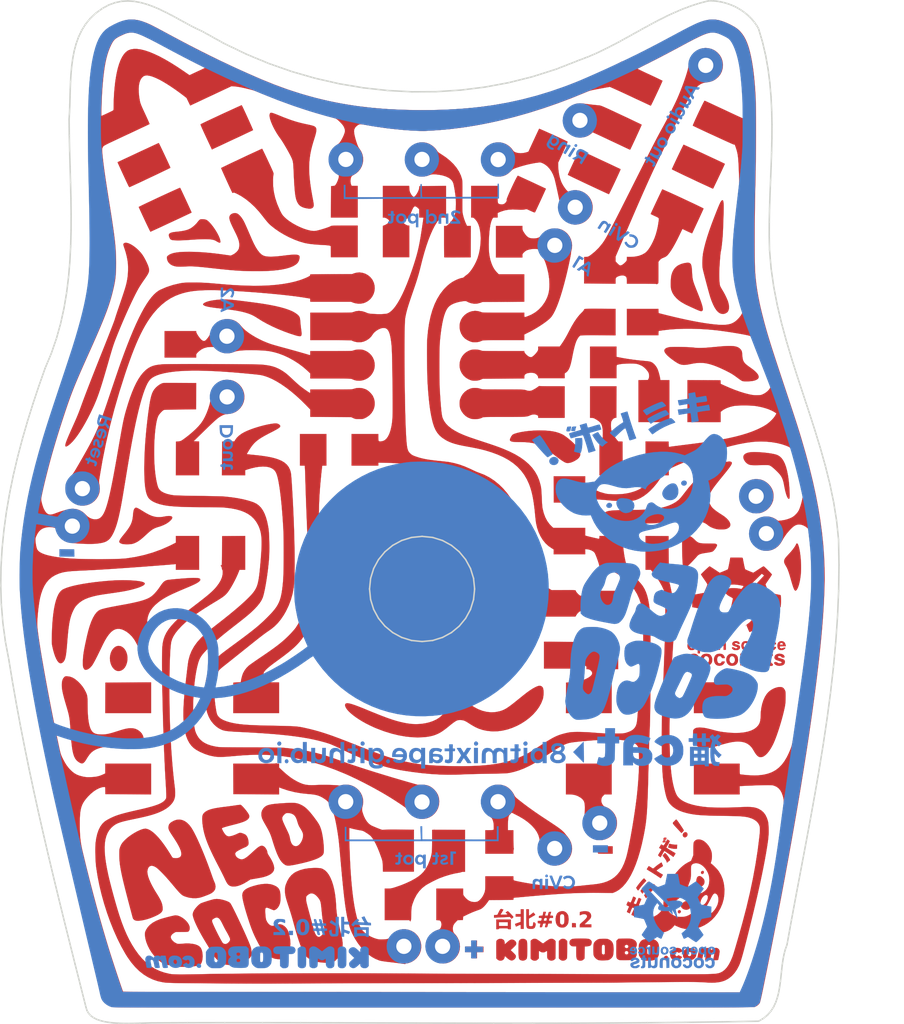
<source format=kicad_pcb>
(kicad_pcb (version 20221018) (generator pcbnew)
  (layers (0 "F.Cu" signal) (31 "B.Cu" signal) (34 "B.Paste" user) (35 "F.Paste" user) (36 "B.SilkS" user "B.Silkscreen") (37 "F.SilkS" user "F.Silkscreen") (38 "B.Mask" user) (39 "F.Mask" user) (44 "Edge.Cuts" user))
  (net 0 "")
  (footprint "Neocococat:Neocococat_Front_copper_1" (layer "F.Cu") (at 88.56 108.09)
    (fp_text reference "G***" hide)
    (fp_text value "LOGO" hide)
  )
  (footprint "Neocococat:Neocococat_Back_copper_mirror" (layer "F.Cu") (at 88.56 108.09)
    (fp_text reference "G***" hide)
    (fp_text value "LOGO" hide)
  )
  (footprint "Neocococat:Neocococat_Frontmask" (layer "F.Cu") (at 88.56 108.07)
    (fp_text reference "G***" hide)
    (fp_text value "LOGO" hide)
  )
  (footprint "Neocococat:Neocococat_Backmask" (layer "F.Cu") (at 88.66 108.13)
    (fp_text reference "G***" hide)
    (fp_text value "LOGO" hide)
  )
  (footprint "Neocococat:Cococat_hole_1x01" (layer "F.Cu") (at 83.72 84.93)
    (fp_text reference "REF**" hide)
    (fp_text value "Hole_1mm")
  )
  (footprint "Neocococat:Cococat_hole_1x01" (layer "F.Cu") (at 88.72 84.93)
    (fp_text reference "REF**" hide)
    (fp_text value "Hole_1mm")
  )
  (footprint "Neocococat:Cococat_hole_1x01" (layer "F.Cu") (at 93.72 84.94)
    (fp_text reference "REF**" hide)
    (fp_text value "Hole_1mm")
  )
  (footprint "Neocococat:Cococat_hole_1x01" (layer "F.Cu") (at 99.09 82.37)
    (fp_text reference "REF**" hide)
    (fp_text value "Hole_1mm")
  )
  (footprint "Neocococat:Cococat_hole_1x01" (layer "F.Cu") (at 107.35 78.76)
    (fp_text reference "REF**" hide)
    (fp_text value "Hole_1mm")
  )
  (footprint "Neocococat:Cococat_hole_1x01" (layer "F.Cu") (at 98.78 88.07)
    (fp_text reference "REF**" hide)
    (fp_text value "Hole_1mm")
  )
  (footprint "Neocococat:Cococat_hole_1x01" (layer "F.Cu") (at 97.44 90.57)
    (fp_text reference "REF**" hide)
    (fp_text value "Hole_1mm")
  )
  (footprint "Neocococat:Cococat_hole_1x01" (layer "F.Cu") (at 75.91 96.53)
    (fp_text reference "REF**" hide)
    (fp_text value "Hole_1mm")
  )
  (footprint "Neocococat:Cococat_hole_1x01" (layer "F.Cu") (at 75.92 100.51)
    (fp_text reference "REF**" hide)
    (fp_text value "Hole_1mm")
  )
  (footprint "Neocococat:Cococat_hole_1x01" (layer "F.Cu") (at 66.42 106.53)
    (fp_text reference "REF**" hide)
    (fp_text value "Hole_1mm")
  )
  (footprint "Neocococat:Cococat_hole_1x01" (layer "F.Cu") (at 65.76 108.99)
    (fp_text reference "REF**" hide)
    (fp_text value "Hole_1mm")
  )
  (footprint "Neocococat:Cococat_hole_1x01" (layer "F.Cu") (at 110.66 107.03)
    (fp_text reference "REF**" hide)
    (fp_text value "Hole_1mm")
  )
  (footprint "Neocococat:Cococat_hole_1x01" (layer "F.Cu") (at 111.33 109.48)
    (fp_text reference "REF**" hide)
    (fp_text value "Hole_1mm")
  )
  (footprint "Neocococat:Cococat_hole_1x01" (layer "F.Cu") (at 83.71 127.07)
    (fp_text reference "REF**" hide)
    (fp_text value "Hole_1mm")
  )
  (footprint "Neocococat:Cococat_hole_1x01" (layer "F.Cu") (at 88.72 127.09)
    (fp_text reference "REF**" hide)
    (fp_text value "Hole_1mm")
  )
  (footprint "Neocococat:Cococat_hole_1x01" (layer "F.Cu") (at 93.71 127.07)
    (fp_text reference "REF**" hide)
    (fp_text value "Hole_1mm")
  )
  (footprint "Neocococat:Cococat_hole_1x01" (layer "F.Cu") (at 97.43 130.14)
    (fp_text reference "REF**" hide)
    (fp_text value "Hole_1mm")
  )
  (footprint "Neocococat:Cococat_hole_1x01" (layer "F.Cu") (at 100.39 128.47)
    (fp_text reference "REF**" hide)
    (fp_text value "Hole_1mm")
  )
  (footprint "Neocococat:Cococat_hole_1x01" (layer "F.Cu") (at 87.53 136.56)
    (fp_text reference "REF**" hide)
    (fp_text value "Hole_1mm")
  )
  (footprint "Neocococat:Cococat_hole_1x01" (layer "F.Cu") (at 90.07 136.56)
    (fp_text reference "REF**" hide)
    (fp_text value "Hole_1mm")
  )
  (gr_line (start 61.264819 109.268065) (end 61.14569 110.480429) (stroke (width 0.1)) (layer "Edge.Cuts"))
  (gr_line (start 108.419648 141.516085) (end 110.822925 141.47264) (stroke (width 0.1)) (layer "Edge.Cuts"))
  (gr_line (start 66.827707 140.956351) (end 66.971933 141.112316) (stroke (width 0.1)) (layer "Edge.Cuts"))
  (gr_line (start 112.423464 137.439459) (end 112.488561 137.097013) (stroke (width 0.1)) (layer "Edge.Cuts"))
  (gr_line (start 112.373158 137.79159) (end 112.423464 137.439459) (stroke (width 0.1)) (layer "Edge.Cuts"))
  (gr_line (start 68.985188 74.558073) (end 68.5635 74.644822) (stroke (width 0.1)) (layer "Edge.Cuts"))
  (gr_line (start 114.139107 101.525403) (end 113.754319 100.358781) (stroke (width 0.1)) (layer "Edge.Cuts"))
  (gr_line (start 63.866323 129.22568) (end 64.19818 130.64806) (stroke (width 0.1)) (layer "Edge.Cuts"))
  (gr_line (start 73.520513 76.150399) (end 73.127183 75.938552) (stroke (width 0.1)) (layer "Edge.Cuts"))
  (gr_line (start 61.829495 119.210158) (end 62.082202 120.64792) (stroke (width 0.1)) (layer "Edge.Cuts"))
  (gr_line (start 101.176265 77.47156) (end 100.652232 77.735449) (stroke (width 0.1)) (layer "Edge.Cuts"))
  (gr_line (start 69.473627 141.619054) (end 69.830864 141.614595) (stroke (width 0.1)) (layer "Edge.Cuts"))
  (gr_line (start 106.980901 74.668337) (end 106.418241 74.846335) (stroke (width 0.1)) (layer "Edge.Cuts"))
  (gr_line (start 105.327827 75.278677) (end 104.796592 75.525457) (stroke (width 0.1)) (layer "Edge.Cuts"))
  (gr_line (start 111.643972 85.386581) (end 111.675047 84.469703) (stroke (width 0.1)) (layer "Edge.Cuts"))
  (gr_line (start 112.331874 138.149835) (end 112.373158 137.79159) (stroke (width 0.1)) (layer "Edge.Cuts"))
  (gr_line (start 85.344699 112.417399) (end 85.545723 111.7698) (stroke (width 0.1)) (layer "Edge.Cuts"))
  (gr_line (start 72.324269 75.500201) (end 71.915908 75.287425) (stroke (width 0.1)) (layer "Edge.Cuts"))
  (gr_line (start 108.284415 74.582003) (end 108.042788 74.545396) (stroke (width 0.1)) (layer "Edge.Cuts"))
  (gr_line (start 91.5854 111.183769) (end 91.90349 111.7698) (stroke (width 0.1)) (layer "Edge.Cuts"))
  (gr_line (start 85.789013 141.586071) (end 88.331533 141.593239) (stroke (width 0.1)) (layer "Edge.Cuts"))
  (gr_line (start 90.067502 109.933812) (end 90.653533 110.251902) (stroke (width 0.1)) (layer "Edge.Cuts"))
  (gr_line (start 111.286628 78.118478) (end 111.078957 77.230746) (stroke (width 0.1)) (layer "Edge.Cuts"))
  (gr_line (start 85.863813 115.041622) (end 85.545723 114.455591) (stroke (width 0.1)) (layer "Edge.Cuts"))
  (gr_line (start 66.168924 76.895375) (end 66.005878 77.350205) (stroke (width 0.1)) (layer "Edge.Cuts"))
  (gr_line (start 65.650304 90.598173) (end 65.596848 91.629049) (stroke (width 0.1)) (layer "Edge.Cuts"))
  (gr_line (start 65.593588 81.342484) (end 65.574679 81.829675) (stroke (width 0.1)) (layer "Edge.Cuts"))
  (gr_line (start 67.865836 141.501517) (end 68.153705 141.550759) (stroke (width 0.1)) (layer "Edge.Cuts"))
  (gr_line (start 115.750999 107.429525) (end 115.502206 106.232485) (stroke (width 0.1)) (layer "Edge.Cuts"))
  (gr_line (start 87.381711 116.291579) (end 86.79568 115.973489) (stroke (width 0.1)) (layer "Edge.Cuts"))
  (gr_line (start 65.384016 93.673413) (end 65.213446 94.684488) (stroke (width 0.1)) (layer "Edge.Cuts"))
  (gr_line (start 66.627196 76.056295) (end 66.374277 76.462827) (stroke (width 0.1)) (layer "Edge.Cuts"))
  (gr_line (start 71.503751 75.088069) (end 71.088407 74.908997) (stroke (width 0.1)) (layer "Edge.Cuts"))
  (gr_line (start 63.972927 98.626585) (end 63.569259 99.773127) (stroke (width 0.1)) (layer "Edge.Cuts"))
  (gr_line (start 65.641611 86.444864) (end 65.665967 87.485248) (stroke (width 0.1)) (layer "Edge.Cuts"))
  (gr_line (start 112.984395 134.808679) (end 113.291636 133.160386) (stroke (width 0.1)) (layer "Edge.Cuts"))
  (gr_line (start 69.407339 74.532786) (end 68.985188 74.558073) (stroke (width 0.1)) (layer "Edge.Cuts"))
  (gr_line (start 91.2547 80.382979) (end 89.656609 80.485186) (stroke (width 0.1)) (layer "Edge.Cuts"))
  (gr_line (start 111.695424 83.553542) (end 111.699629 82.638939) (stroke (width 0.1)) (layer "Edge.Cuts"))
  (gr_line (start 66.374277 76.462827) (end 66.168924 76.895375) (stroke (width 0.1)) (layer "Edge.Cuts"))
  (gr_line (start 62.164114 104.462086) (end 61.882981 105.655081) (stroke (width 0.1)) (layer "Edge.Cuts"))
  (gr_line (start 70.920451 141.583438) (end 73.327115 141.573419) (stroke (width 0.1)) (layer "Edge.Cuts"))
  (gr_line (start 86.79568 110.251902) (end 87.381711 109.933812) (stroke (width 0.1)) (layer "Edge.Cuts"))
  (gr_line (start 84.862528 80.232487) (end 83.280418 79.965575) (stroke (width 0.1)) (layer "Edge.Cuts"))
  (gr_line (start 111.519433 89.952542) (end 111.521973 89.04459) (stroke (width 0.1)) (layer "Edge.Cuts"))
  (gr_line (start 92.174607 113.112695) (end 92.174607 113.112695) (stroke (width 0.1)) (layer "Edge.Cuts"))
  (gr_line (start 91.90349 111.7698) (end 92.104514 112.417399) (stroke (width 0.1)) (layer "Edge.Cuts"))
  (gr_line (start 65.545495 82.301779) (end 65.558138 83.332367) (stroke (width 0.1)) (layer "Edge.Cuts"))
  (gr_line (start 89.656609 80.485186) (end 88.055378 80.493426) (stroke (width 0.1)) (layer "Edge.Cuts"))
  (gr_line (start 111.699629 82.638939) (end 111.682187 81.726723) (stroke (width 0.1)) (layer "Edge.Cuts"))
  (gr_line (start 92.104514 112.417399) (end 92.174607 113.112695) (stroke (width 0.1)) (layer "Edge.Cuts"))
  (gr_line (start 85.545723 111.7698) (end 85.863813 111.183769) (stroke (width 0.1)) (layer "Edge.Cuts"))
  (gr_line (start 111.078957 77.230746) (end 110.816835 76.350415) (stroke (width 0.1)) (layer "Edge.Cuts"))
  (gr_line (start 115.502206 106.232485) (end 115.207024 105.045577) (stroke (width 0.1)) (layer "Edge.Cuts"))
  (gr_line (start 109.437307 74.99342) (end 109.217851 74.881962) (stroke (width 0.1)) (layer "Edge.Cuts"))
  (gr_line (start 62.923385 124.946686) (end 63.227841 126.375089) (stroke (width 0.1)) (layer "Edge.Cuts"))
  (gr_line (start 107.800108 74.524906) (end 107.557518 74.520828) (stroke (width 0.1)) (layer "Edge.Cuts"))
  (gr_line (start 86.285089 110.673178) (end 86.79568 110.251902) (stroke (width 0.1)) (layer "Edge.Cuts"))
  (gr_line (start 67.600753 141.435172) (end 67.865836 141.501517) (stroke (width 0.1)) (layer "Edge.Cuts"))
  (gr_line (start 90.653533 115.973489) (end 90.067502 116.291579) (stroke (width 0.1)) (layer "Edge.Cuts"))
  (gr_line (start 88.331533 141.593239) (end 90.87891 141.599307) (stroke (width 0.1)) (layer "Edge.Cuts"))
  (gr_line (start 108.523861 74.634344) (end 108.284415 74.582003) (stroke (width 0.1)) (layer "Edge.Cuts"))
  (gr_line (start 65.67926 88.525067) (end 65.675901 89.563109) (stroke (width 0.1)) (layer "Edge.Cuts"))
  (gr_line (start 61.42978 108.059059) (end 61.264819 109.268065) (stroke (width 0.1)) (layer "Edge.Cuts"))
  (gr_line (start 62.082202 120.64792) (end 62.349478 122.083197) (stroke (width 0.1)) (layer "Edge.Cuts"))
  (gr_line (start 69.829343 74.562097) (end 69.407339 74.532786) (stroke (width 0.1)) (layer "Edge.Cuts"))
  (gr_line (start 112.326958 95.672167) (end 112.046034 94.485364) (stroke (width 0.1)) (layer "Edge.Cuts"))
  (gr_line (start 77.158428 78.014691) (end 75.703325 77.311811) (stroke (width 0.1)) (layer "Edge.Cuts"))
  (gr_line (start 91.164124 115.552213) (end 90.653533 115.973489) (stroke (width 0.1)) (layer "Edge.Cuts"))
  (gr_line (start 66.932944 75.679514) (end 66.627196 76.056295) (stroke (width 0.1)) (layer "Edge.Cuts"))
  (gr_line (start 111.63763 80.817736) (end 111.560499 79.912808) (stroke (width 0.1)) (layer "Edge.Cuts"))
  (gr_line (start 65.718006 78.810998) (end 65.671609 79.317579) (stroke (width 0.1)) (layer "Edge.Cuts"))
  (gr_line (start 62.817673 102.099025) (end 62.476864 103.276405) (stroke (width 0.1)) (layer "Edge.Cuts"))
  (gr_line (start 75.769125 141.569101) (end 78.241403 141.569335) (stroke (width 0.1)) (layer "Edge.Cuts"))
  (gr_line (start 69.124324 141.617079) (end 69.473627 141.619054) (stroke (width 0.1)) (layer "Edge.Cuts"))
  (gr_line (start 64.377984 97.658806) (end 63.972927 98.626585) (stroke (width 0.1)) (layer "Edge.Cuts"))
  (gr_line (start 62.349478 122.083197) (end 62.630235 123.516088) (stroke (width 0.1)) (layer "Edge.Cuts"))
  (gr_line (start 111.607658 86.303346) (end 111.643972 85.386581) (stroke (width 0.1)) (layer "Edge.Cuts"))
  (gr_line (start 61.592442 117.76982) (end 61.829495 119.210158) (stroke (width 0.1)) (layer "Edge.Cuts"))
  (gr_line (start 115.943814 108.638721) (end 115.750999 107.429525) (stroke (width 0.1)) (layer "Edge.Cuts"))
  (gr_line (start 108.760002 74.70204) (end 108.523861 74.634344) (stroke (width 0.1)) (layer "Edge.Cuts"))
  (gr_line (start 110.044257 75.409185) (end 109.851638 75.257414) (stroke (width 0.1)) (layer "Edge.Cuts"))
  (gr_line (start 68.142885 74.799898) (end 67.723946 75.03016) (stroke (width 0.1)) (layer "Edge.Cuts"))
  (gr_line (start 90.067502 116.291579) (end 89.419903 116.492603) (stroke (width 0.1)) (layer "Edge.Cuts"))
  (gr_line (start 86.285089 115.552213) (end 85.863813 115.041622) (stroke (width 0.1)) (layer "Edge.Cuts"))
  (gr_line (start 65.596848 91.629049) (end 65.509949 92.654532) (stroke (width 0.1)) (layer "Edge.Cuts"))
  (gr_line (start 65.879883 77.823576) (end 65.78568 78.311753) (stroke (width 0.1)) (layer "Edge.Cuts"))
  (gr_line (start 111.41422 141.059893) (end 111.633964 140.807335) (stroke (width 0.1)) (layer "Edge.Cuts"))
  (gr_line (start 115.077967 123.232643) (end 115.324957 121.570611) (stroke (width 0.1)) (layer "Edge.Cuts"))
  (gr_line (start 70.193063 141.605762) (end 70.557248 141.59467) (stroke (width 0.1)) (layer "Edge.Cuts"))
  (gr_line (start 65.665967 87.485248) (end 65.67926 88.525067) (stroke (width 0.1)) (layer "Edge.Cuts"))
  (gr_line (start 109.851638 75.257414) (end 109.648943 75.118699) (stroke (width 0.1)) (layer "Edge.Cuts"))
  (gr_line (start 101.015347 141.59005) (end 103.510776 141.573653) (stroke (width 0.1)) (layer "Edge.Cuts"))
  (gr_line (start 109.217851 74.881962) (end 108.991709 74.784709) (stroke (width 0.1)) (layer "Edge.Cuts"))
  (gr_line (start 72.728231 75.71953) (end 72.324269 75.500201) (stroke (width 0.1)) (layer "Edge.Cuts"))
  (gr_line (start 90.87891 141.599307) (end 93.426064 141.603145) (stroke (width 0.1)) (layer "Edge.Cuts"))
  (gr_line (start 115.324957 121.570611) (end 115.545674 119.906158) (stroke (width 0.1)) (layer "Edge.Cuts"))
  (gr_line (start 112.488561 137.097013) (end 112.574219 136.767826) (stroke (width 0.1)) (layer "Edge.Cuts"))
  (gr_line (start 115.735709 118.239167) (end 115.89064 116.569521) (stroke (width 0.1)) (layer "Edge.Cuts"))
  (gr_line (start 85.274606 113.112695) (end 85.344699 112.417399) (stroke (width 0.1)) (layer "Edge.Cuts"))
  (gr_line (start 114.522842 126.549895) (end 114.809122 124.892364) (stroke (width 0.1)) (layer "Edge.Cuts"))
  (gr_line (start 87.381711 109.933812) (end 88.02931 109.732788) (stroke (width 0.1)) (layer "Edge.Cuts"))
  (gr_line (start 64.536993 132.068626) (end 64.88168 133.487467) (stroke (width 0.1)) (layer "Edge.Cuts"))
  (gr_line (start 65.671609 79.317579) (end 65.641227 79.827752) (stroke (width 0.1)) (layer "Edge.Cuts"))
  (gr_line (start 107.557518 74.520828) (end 106.980901 74.668337) (stroke (width 0.1)) (layer "Edge.Cuts"))
  (gr_line (start 113.915621 129.858834) (end 114.223534 128.205345) (stroke (width 0.1)) (layer "Edge.Cuts"))
  (gr_line (start 111.571576 87.219157) (end 111.607658 86.303346) (stroke (width 0.1)) (layer "Edge.Cuts"))
  (gr_line (start 65.582099 84.367217) (end 65.611789 85.405118) (stroke (width 0.1)) (layer "Edge.Cuts"))
  (gr_line (start 64.88168 133.487467) (end 65.23115 134.904683) (stroke (width 0.1)) (layer "Edge.Cuts"))
  (gr_line (start 101.695108 77.196583) (end 101.176265 77.47156) (stroke (width 0.1)) (layer "Edge.Cuts"))
  (gr_line (start 113.371118 99.19217) (end 112.999096 98.023547) (stroke (width 0.1)) (layer "Edge.Cuts"))
  (gr_line (start 115.545674 119.906158) (end 115.735709 118.239167) (stroke (width 0.1)) (layer "Edge.Cuts"))
  (gr_line (start 110.822925 141.47264) (end 111.145796 141.282854) (stroke (width 0.1)) (layer "Edge.Cuts"))
  (gr_line (start 80.168622 79.164521) (end 78.648446 78.632639) (stroke (width 0.1)) (layer "Edge.Cuts"))
  (gr_line (start 108.991709 74.784709) (end 108.760002 74.70204) (stroke (width 0.1)) (layer "Edge.Cuts"))
  (gr_line (start 105.867794 75.051042) (end 105.327827 75.278677) (stroke (width 0.1)) (layer "Edge.Cuts"))
  (gr_line (start 66.971933 141.112316) (end 67.150831 141.242694) (stroke (width 0.1)) (layer "Edge.Cuts"))
  (gr_line (start 65.23115 134.904683) (end 65.58432 136.320369) (stroke (width 0.1)) (layer "Edge.Cuts"))
  (gr_line (start 66.005878 77.350205) (end 65.879883 77.823576) (stroke (width 0.1)) (layer "Edge.Cuts"))
  (gr_line (start 105.98057 141.549382) (end 108.419648 141.516085) (stroke (width 0.1)) (layer "Edge.Cuts"))
  (gr_line (start 86.79568 115.973489) (end 86.285089 115.552213) (stroke (width 0.1)) (layer "Edge.Cuts"))
  (gr_line (start 65.675901 89.563109) (end 65.650304 90.598173) (stroke (width 0.1)) (layer "Edge.Cuts"))
  (gr_line (start 65.611789 85.405118) (end 65.641611 86.444864) (stroke (width 0.1)) (layer "Edge.Cuts"))
  (gr_line (start 86.455765 80.408813) (end 84.862528 80.232487) (stroke (width 0.1)) (layer "Edge.Cuts"))
  (gr_line (start 69.830864 141.614595) (end 70.193063 141.605762) (stroke (width 0.1)) (layer "Edge.Cuts"))
  (gr_line (start 99.031562 78.422762) (end 97.520525 79.011796) (stroke (width 0.1)) (layer "Edge.Cuts"))
  (gr_line (start 112.25329 138.870382) (end 112.293842 138.510622) (stroke (width 0.1)) (layer "Edge.Cuts"))
  (gr_line (start 111.521973 89.04459) (end 111.541192 88.133185) (stroke (width 0.1)) (layer "Edge.Cuts"))
  (gr_line (start 97.520525 79.011796) (end 95.98256 79.501206) (stroke (width 0.1)) (layer "Edge.Cuts"))
  (gr_line (start 89.419903 109.732788) (end 90.067502 109.933812) (stroke (width 0.1)) (layer "Edge.Cuts"))
  (gr_line (start 78.241403 141.569335) (end 80.738866 141.573004) (stroke (width 0.1)) (layer "Edge.Cuts"))
  (gr_line (start 111.810799 140.528748) (end 111.950493 140.227704) (stroke (width 0.1)) (layer "Edge.Cuts"))
  (gr_line (start 71.915908 75.287425) (end 71.503751 75.088069) (stroke (width 0.1)) (layer "Edge.Cuts"))
  (gr_line (start 95.98256 79.501206) (end 94.422433 79.892118) (stroke (width 0.1)) (layer "Edge.Cuts"))
  (gr_line (start 104.796592 75.525457) (end 104.27235 75.787608) (stroke (width 0.1)) (layer "Edge.Cuts"))
  (gr_line (start 111.145796 141.282854) (end 111.41422 141.059893) (stroke (width 0.1)) (layer "Edge.Cuts"))
  (gr_line (start 103.510776 141.573653) (end 105.98057 141.549382) (stroke (width 0.1)) (layer "Edge.Cuts"))
  (gr_line (start 67.723946 75.03016) (end 67.296774 75.336225) (stroke (width 0.1)) (layer "Edge.Cuts"))
  (gr_line (start 103.75336 76.061347) (end 103.237881 76.342894) (stroke (width 0.1)) (layer "Edge.Cuts"))
  (gr_line (start 112.647845 96.850888) (end 112.326958 95.672167) (stroke (width 0.1)) (layer "Edge.Cuts"))
  (gr_line (start 61.637019 106.854402) (end 61.42978 108.059059) (stroke (width 0.1)) (layer "Edge.Cuts"))
  (gr_line (start 73.907621 76.348214) (end 73.520513 76.150399) (stroke (width 0.1)) (layer "Edge.Cuts"))
  (gr_line (start 112.574219 136.767826) (end 112.686207 136.455468) (stroke (width 0.1)) (layer "Edge.Cuts"))
  (gr_line (start 114.223534 128.205345) (end 114.522842 126.549895) (stroke (width 0.1)) (layer "Edge.Cuts"))
  (gr_line (start 112.141549 139.572528) (end 112.204448 139.225539) (stroke (width 0.1)) (layer "Edge.Cuts"))
  (gr_line (start 110.816835 76.350415) (end 110.691483 76.13913) (stroke (width 0.1)) (layer "Edge.Cuts"))
  (gr_line (start 114.809122 124.892364) (end 115.077967 123.232643) (stroke (width 0.1)) (layer "Edge.Cuts"))
  (gr_line (start 67.361428 141.349605) (end 67.600753 141.435172) (stroke (width 0.1)) (layer "Edge.Cuts"))
  (gr_line (start 112.204448 139.225539) (end 112.25329 138.870382) (stroke (width 0.1)) (layer "Edge.Cuts"))
  (gr_line (start 67.296774 75.336225) (end 66.932944 75.679514) (stroke (width 0.1)) (layer "Edge.Cuts"))
  (gr_line (start 116.006058 114.897106) (end 116.077539 113.221806) (stroke (width 0.1)) (layer "Edge.Cuts"))
  (gr_line (start 63.569259 99.773127) (end 63.18299 100.930935) (stroke (width 0.1)) (layer "Edge.Cuts"))
  (gr_line (start 102.210496 76.91429) (end 101.695108 77.196583) (stroke (width 0.1)) (layer "Edge.Cuts"))
  (gr_line (start 68.78592 141.606411) (end 69.124324 141.617079) (stroke (width 0.1)) (layer "Edge.Cuts"))
  (gr_line (start 107.557518 74.520828) (end 107.557518 74.520828) (stroke (width 0.1)) (layer "Edge.Cuts"))
  (gr_line (start 67.150831 141.242694) (end 67.361428 141.349605) (stroke (width 0.1)) (layer "Edge.Cuts"))
  (gr_line (start 65.213446 94.684488) (end 64.992647 95.686549) (stroke (width 0.1)) (layer "Edge.Cuts"))
  (gr_line (start 94.422433 79.892118) (end 92.844893 80.185666) (stroke (width 0.1)) (layer "Edge.Cuts"))
  (gr_line (start 81.714198 79.60921) (end 80.168622 79.164521) (stroke (width 0.1)) (layer "Edge.Cuts"))
  (gr_line (start 85.344699 113.807992) (end 85.274606 113.112695) (stroke (width 0.1)) (layer "Edge.Cuts"))
  (gr_line (start 114.515882 102.694059) (end 114.139107 101.525403) (stroke (width 0.1)) (layer "Edge.Cuts"))
  (gr_line (start 112.058821 139.907772) (end 112.141549 139.572528) (stroke (width 0.1)) (layer "Edge.Cuts"))
  (gr_line (start 70.250596 74.639147) (end 69.829343 74.562097) (stroke (width 0.1)) (layer "Edge.Cuts"))
  (gr_line (start 109.648943 75.118699) (end 109.437307 74.99342) (stroke (width 0.1)) (layer "Edge.Cuts"))
  (gr_line (start 65.58432 136.320369) (end 65.940101 137.734618) (stroke (width 0.1)) (layer "Edge.Cuts"))
  (gr_line (start 110.55042 75.938981) (end 110.394777 75.750349) (stroke (width 0.1)) (layer "Edge.Cuts"))
  (gr_line (start 74.287893 76.525128) (end 73.907621 76.348214) (stroke (width 0.1)) (layer "Edge.Cuts"))
  (gr_line (start 113.754319 100.358781) (end 113.371118 99.19217) (stroke (width 0.1)) (layer "Edge.Cuts"))
  (gr_line (start 66.72112 140.772684) (end 66.827707 140.956351) (stroke (width 0.1)) (layer "Edge.Cuts"))
  (gr_line (start 70.557248 141.59467) (end 70.920451 141.583438) (stroke (width 0.1)) (layer "Edge.Cuts"))
  (gr_line (start 61.059155 112.911286) (end 61.098849 114.127799) (stroke (width 0.1)) (layer "Edge.Cuts"))
  (gr_line (start 71.088407 74.908997) (end 70.670487 74.757065) (stroke (width 0.1)) (layer "Edge.Cuts"))
  (gr_line (start 98.499362 141.599702) (end 101.015347 141.59005) (stroke (width 0.1)) (layer "Edge.Cuts"))
  (gr_line (start 106.418241 74.846335) (end 105.867794 75.051042) (stroke (width 0.1)) (layer "Edge.Cuts"))
  (gr_line (start 65.621613 80.337787) (end 65.607474 80.843944) (stroke (width 0.1)) (layer "Edge.Cuts"))
  (gr_line (start 116.077539 113.221806) (end 116.100681 111.54351) (stroke (width 0.1)) (layer "Edge.Cuts"))
  (gr_line (start 112.046034 94.485364) (end 111.814665 93.288448) (stroke (width 0.1)) (layer "Edge.Cuts"))
  (gr_line (start 63.227841 126.375089) (end 63.542516 127.801389) (stroke (width 0.1)) (layer "Edge.Cuts"))
  (gr_line (start 111.642442 92.079402) (end 111.538963 90.856197) (stroke (width 0.1)) (layer "Edge.Cuts"))
  (gr_line (start 102.724175 76.628469) (end 102.210496 76.91429) (stroke (width 0.1)) (layer "Edge.Cuts"))
  (gr_line (start 88.02931 109.732788) (end 88.724606 109.662695) (stroke (width 0.1)) (layer "Edge.Cuts"))
  (gr_line (start 111.633964 140.807335) (end 111.810799 140.528748) (stroke (width 0.1)) (layer "Edge.Cuts"))
  (gr_line (start 62.630235 123.516088) (end 62.923385 124.946686) (stroke (width 0.1)) (layer "Edge.Cuts"))
  (gr_line (start 61.098849 114.127799) (end 61.198592 115.343719) (stroke (width 0.1)) (layer "Edge.Cuts"))
  (gr_line (start 88.724606 109.662695) (end 89.419903 109.732788) (stroke (width 0.1)) (layer "Edge.Cuts"))
  (gr_line (start 111.814665 93.288448) (end 111.642442 92.079402) (stroke (width 0.1)) (layer "Edge.Cuts"))
  (gr_line (start 91.5854 115.041622) (end 91.164124 115.552213) (stroke (width 0.1)) (layer "Edge.Cuts"))
  (gr_line (start 73.127183 75.938552) (end 72.728231 75.71953) (stroke (width 0.1)) (layer "Edge.Cuts"))
  (gr_line (start 65.558138 83.332367) (end 65.582099 84.367217) (stroke (width 0.1)) (layer "Edge.Cuts"))
  (gr_line (start 63.18299 100.930935) (end 62.817673 102.099025) (stroke (width 0.1)) (layer "Edge.Cuts"))
  (gr_line (start 108.042788 74.545396) (end 107.800108 74.524906) (stroke (width 0.1)) (layer "Edge.Cuts"))
  (gr_line (start 62.476864 103.276405) (end 62.164114 104.462086) (stroke (width 0.1)) (layer "Edge.Cuts"))
  (gr_line (start 88.02931 116.492603) (end 87.381711 116.291579) (stroke (width 0.1)) (layer "Edge.Cuts"))
  (gr_line (start 114.875052 103.866775) (end 114.515882 102.694059) (stroke (width 0.1)) (layer "Edge.Cuts"))
  (gr_line (start 115.207024 105.045577) (end 114.875052 103.866775) (stroke (width 0.1)) (layer "Edge.Cuts"))
  (gr_line (start 92.844893 80.185666) (end 91.2547 80.382979) (stroke (width 0.1)) (layer "Edge.Cuts"))
  (gr_line (start 116.071053 109.862097) (end 115.943814 108.638721) (stroke (width 0.1)) (layer "Edge.Cuts"))
  (gr_line (start 100.121265 77.984465) (end 99.581622 78.214829) (stroke (width 0.1)) (layer "Edge.Cuts"))
  (gr_line (start 61.075947 111.695167) (end 61.059155 112.911286) (stroke (width 0.1)) (layer "Edge.Cuts"))
  (gr_line (start 111.541192 88.133185) (end 111.571576 87.219157) (stroke (width 0.1)) (layer "Edge.Cuts"))
  (gr_line (start 88.724606 116.562696) (end 88.02931 116.492603) (stroke (width 0.1)) (layer "Edge.Cuts"))
  (gr_line (start 103.237881 76.342894) (end 102.724175 76.628469) (stroke (width 0.1)) (layer "Edge.Cuts"))
  (gr_line (start 65.574679 81.829675) (end 65.545495 82.301779) (stroke (width 0.1)) (layer "Edge.Cuts"))
  (gr_line (start 66.297405 139.147524) (end 66.655147 140.559186) (stroke (width 0.1)) (layer "Edge.Cuts"))
  (gr_line (start 64.716027 96.678391) (end 64.377984 97.658806) (stroke (width 0.1)) (layer "Edge.Cuts"))
  (gr_line (start 111.950493 140.227704) (end 112.058821 139.907772) (stroke (width 0.1)) (layer "Edge.Cuts"))
  (gr_line (start 104.27235 75.787608) (end 103.75336 76.061347) (stroke (width 0.1)) (layer "Edge.Cuts"))
  (gr_line (start 112.999096 98.023547) (end 112.647845 96.850888) (stroke (width 0.1)) (layer "Edge.Cuts"))
  (gr_line (start 110.225681 75.573624) (end 110.044257 75.409185) (stroke (width 0.1)) (layer "Edge.Cuts"))
  (gr_line (start 85.545723 114.455591) (end 85.344699 113.807992) (stroke (width 0.1)) (layer "Edge.Cuts"))
  (gr_line (start 91.164124 110.673178) (end 91.5854 111.183769) (stroke (width 0.1)) (layer "Edge.Cuts"))
  (gr_line (start 65.940101 137.734618) (end 66.297405 139.147524) (stroke (width 0.1)) (layer "Edge.Cuts"))
  (gr_line (start 68.461392 141.585018) (end 68.78592 141.606411) (stroke (width 0.1)) (layer "Edge.Cuts"))
  (gr_line (start 111.682187 81.726723) (end 111.63763 80.817736) (stroke (width 0.1)) (layer "Edge.Cuts"))
  (gr_line (start 91.90349 114.455591) (end 91.5854 115.041622) (stroke (width 0.1)) (layer "Edge.Cuts"))
  (gr_line (start 88.055378 80.493426) (end 86.455765 80.408813) (stroke (width 0.1)) (layer "Edge.Cuts"))
  (gr_line (start 61.198592 115.343719) (end 61.361937 116.558054) (stroke (width 0.1)) (layer "Edge.Cuts"))
  (gr_line (start 64.992647 95.686549) (end 64.716027 96.678391) (stroke (width 0.1)) (layer "Edge.Cuts"))
  (gr_line (start 100.652232 77.735449) (end 100.121265 77.984465) (stroke (width 0.1)) (layer "Edge.Cuts"))
  (gr_line (start 80.738866 141.573004) (end 83.256429 141.578959) (stroke (width 0.1)) (layer "Edge.Cuts"))
  (gr_line (start 70.670487 74.757065) (end 70.250596 74.639147) (stroke (width 0.1)) (layer "Edge.Cuts"))
  (gr_line (start 116.100681 111.54351) (end 116.071053 109.862097) (stroke (width 0.1)) (layer "Edge.Cuts"))
  (gr_line (start 90.653533 110.251902) (end 91.164124 110.673178) (stroke (width 0.1)) (layer "Edge.Cuts"))
  (gr_line (start 110.691483 76.13913) (end 110.55042 75.938981) (stroke (width 0.1)) (layer "Edge.Cuts"))
  (gr_line (start 111.538963 90.856197) (end 111.519433 89.952542) (stroke (width 0.1)) (layer "Edge.Cuts"))
  (gr_line (start 78.648446 78.632639) (end 77.158428 78.014691) (stroke (width 0.1)) (layer "Edge.Cuts"))
  (gr_line (start 83.256429 141.578959) (end 85.789013 141.586071) (stroke (width 0.1)) (layer "Edge.Cuts"))
  (gr_line (start 92.174607 113.112695) (end 92.104514 113.807992) (stroke (width 0.1)) (layer "Edge.Cuts"))
  (gr_line (start 93.426064 141.603145) (end 95.967907 141.60371) (stroke (width 0.1)) (layer "Edge.Cuts"))
  (gr_line (start 68.5635 74.644822) (end 68.142885 74.799898) (stroke (width 0.1)) (layer "Edge.Cuts"))
  (gr_line (start 99.581622 78.214829) (end 99.031562 78.422762) (stroke (width 0.1)) (layer "Edge.Cuts"))
  (gr_line (start 95.967907 141.60371) (end 98.499362 141.599702) (stroke (width 0.1)) (layer "Edge.Cuts"))
  (gr_line (start 75.703325 77.311811) (end 74.287893 76.525128) (stroke (width 0.1)) (layer "Edge.Cuts"))
  (gr_line (start 65.78568 78.311753) (end 65.718006 78.810998) (stroke (width 0.1)) (layer "Edge.Cuts"))
  (gr_line (start 65.607474 80.843944) (end 65.593588 81.342484) (stroke (width 0.1)) (layer "Edge.Cuts"))
  (gr_line (start 85.863813 111.183769) (end 86.285089 110.673178) (stroke (width 0.1)) (layer "Edge.Cuts"))
  (gr_line (start 112.686207 136.455468) (end 112.984395 134.808679) (stroke (width 0.1)) (layer "Edge.Cuts"))
  (gr_line (start 113.603517 131.510478) (end 113.915621 129.858834) (stroke (width 0.1)) (layer "Edge.Cuts"))
  (gr_line (start 61.361937 116.558054) (end 61.592442 117.76982) (stroke (width 0.1)) (layer "Edge.Cuts"))
  (gr_line (start 113.291636 133.160386) (end 113.603517 131.510478) (stroke (width 0.1)) (layer "Edge.Cuts"))
  (gr_line (start 65.641227 79.827752) (end 65.621613 80.337787) (stroke (width 0.1)) (layer "Edge.Cuts"))
  (gr_line (start 110.394777 75.750349) (end 110.225681 75.573624) (stroke (width 0.1)) (layer "Edge.Cuts"))
  (gr_line (start 83.280418 79.965575) (end 81.714198 79.60921) (stroke (width 0.1)) (layer "Edge.Cuts"))
  (gr_line (start 63.542516 127.801389) (end 63.866323 129.22568) (stroke (width 0.1)) (layer "Edge.Cuts"))
  (gr_line (start 66.655147 140.559186) (end 66.72112 140.772684) (stroke (width 0.1)) (layer "Edge.Cuts"))
  (gr_line (start 64.19818 130.64806) (end 64.536993 132.068626) (stroke (width 0.1)) (layer "Edge.Cuts"))
  (gr_line (start 61.882981 105.655081) (end 61.637019 106.854402) (stroke (width 0.1)) (layer "Edge.Cuts"))
  (gr_line (start 65.509949 92.654532) (end 65.384016 93.673413) (stroke (width 0.1)) (layer "Edge.Cuts"))
  (gr_line (start 92.104514 113.807992) (end 91.90349 114.455591) (stroke (width 0.1)) (layer "Edge.Cuts"))
  (gr_line (start 68.153705 141.550759) (end 68.461392 141.585018) (stroke (width 0.1)) (layer "Edge.Cuts"))
  (gr_line (start 111.560499 79.912808) (end 111.445318 79.012779) (stroke (width 0.1)) (layer "Edge.Cuts"))
  (gr_line (start 115.89064 116.569521) (end 116.006058 114.897106) (stroke (width 0.1)) (layer "Edge.Cuts"))
  (gr_line (start 111.445318 79.012779) (end 111.286628 78.118478) (stroke (width 0.1)) (layer "Edge.Cuts"))
  (gr_line (start 112.293842 138.510622) (end 112.331874 138.149835) (stroke (width 0.1)) (layer "Edge.Cuts"))
  (gr_line (start 89.419903 116.492603) (end 88.724606 116.562696) (stroke (width 0.1)) (layer "Edge.Cuts"))
  (gr_line (start 61.14569 110.480429) (end 61.075947 111.695167) (stroke (width 0.1)) (layer "Edge.Cuts"))
  (gr_line (start 111.675047 84.469703) (end 111.695424 83.553542) (stroke (width 0.1)) (layer "Edge.Cuts"))
  (gr_line (start 73.327115 141.573419) (end 75.769125 141.569101) (stroke (width 0.1)) (layer "Edge.Cuts"))
)
</source>
